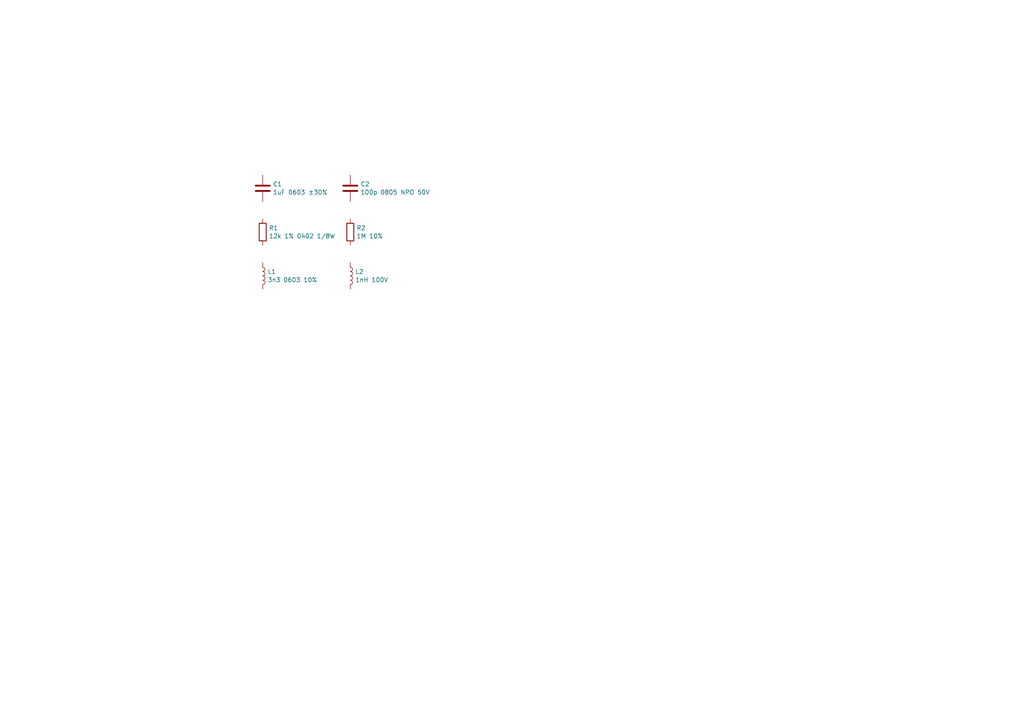
<source format=kicad_sch>
(kicad_sch (version 20211123) (generator eeschema)
  (paper "A4")
  (title_block (title "Value field split test") (date "2023-05-03") (company "Instituto Nacional de Tecnología Industrial - CMNT") (comment 1 "KiBot"))
  (lib_symbols
    (symbol "Device:C" (pin_numbers hide) (pin_names (offset 0.254))
      (property "Reference" "C" (at 0.635 2.54 0))
      (property "Value" "C" (at 0.635 -2.54 0))
      (symbol "C_0_1"
        (polyline (pts (xy -2.032 -0.762) (xy 2.032 -0.762)) (stroke (width 0.508)))
        (polyline (pts (xy -2.032 0.762) (xy 2.032 0.762)) (stroke (width 0.508)))
      )
      (symbol "C_1_1"
        (pin passive line (at 0 3.81 270) (length 2.794) (name "~") (number "1"))
        (pin passive line (at 0 -3.81 90) (length 2.794) (name "~") (number "2"))
      )
    )
    (symbol "Device:L" (pin_numbers hide) (pin_names (offset 1.016) hide)
      (property "Reference" "L" (at -1.27 0 90))
      (property "Value" "L" (at 1.905 0 90))
      (symbol "L_0_1"
        (arc (start 0 -2.54) (mid 0.635 -1.905) (end 0 -1.27))
        (arc (start 0 -1.27) (mid 0.635 -0.635) (end 0 0))
        (arc (start 0 0) (mid 0.635 0.635) (end 0 1.27))
        (arc (start 0 1.27) (mid 0.635 1.905) (end 0 2.54))
      )
      (symbol "L_1_1"
        (pin passive line (at 0 3.81 270) (length 1.27) (name "1") (number "1"))
        (pin passive line (at 0 -3.81 90) (length 1.27) (name "2") (number "2"))
      )
    )
    (symbol "Device:R" (pin_numbers hide) (pin_names (offset 0))
      (property "Reference" "R" (at 2.032 0 90))
      (property "Value" "R" (at 0 0 90))
      (symbol "R_0_1"
        (rectangle (start -1.016 -2.54) (end 1.016 2.54) (stroke (width 0.254)))
      )
      (symbol "R_1_1"
        (pin passive line (at 0 3.81 270) (length 1.27) (name "~") (number "1"))
        (pin passive line (at 0 -3.81 90) (length 1.27) (name "~") (number "2"))
      )
    )
  )
  (symbol (lib_id "Device:C") (at 76.2 54.61 0) (unit 1)
    (property "Reference" "C1" (at 79.121 53.4162 0) (effects (justify left)))
    (property "Value" "1uF 0603 ±30%" (at 79.121 55.7784 0) (effects (justify left)))
    (property "tolerance" "30%" (effects hide))
    (property "package" "0603" (effects hide))
  )
  (symbol (lib_id "Device:C") (at 101.6 54.61 0) (unit 1)
    (property "Reference" "C2" (at 104.521 53.4162 0) (effects (justify left)))
    (property "Value" "100p 0805 NPO 50V" (at 104.521 55.7784 0) (effects (justify left)))
    (property "voltage" "50 V" (effects hide))
    (property "package" "0805" (effects hide))
    (property "temp_coef" "C0G" (effects hide))
  )
  (symbol (lib_id "Device:R") (at 76.2 67.31 0) (unit 1)
    (property "Reference" "R1" (at 77.978 66.1162 0) (effects (justify left)))
    (property "Value" "12k 1% 0402 1/8W" (at 77.978 68.4784 0) (effects (justify left)))
    (property "tolerance" "1%" (effects hide))
    (property "package" "0402" (effects hide))
    (property "power" "125 mW" (effects hide))
  )
  (symbol (lib_id "Device:R") (at 101.6 67.31 0) (unit 1)
    (property "Reference" "R2" (at 103.378 66.1162 0) (effects (justify left)))
    (property "Value" "1M 10%" (at 103.378 68.4784 0) (effects (justify left)))
    (property "tolerance" "10%" (effects hide))
  )
  (symbol (lib_id "Device:L") (at 76.2 80.01 0) (unit 1)
    (property "Reference" "L1" (at 77.597 78.8162 0) (effects (justify left)))
    (property "Value" "3n3 0603 10%" (at 77.597 81.1784 0) (effects (justify left)))
    (property "tolerance" "10%" (effects hide))
    (property "package" "0603" (effects hide))
  )
  (symbol (lib_id "Device:L") (at 101.6 80.01 0) (unit 1)
    (property "Reference" "L2" (at 103.0224 78.8162 0) (effects (justify left)))
    (property "Value" "1nH 100V" (at 103.0224 81.1784 0) (effects (justify left)))
    (property "Voltage" "100 V" (effects hide))
  )
)
</source>
